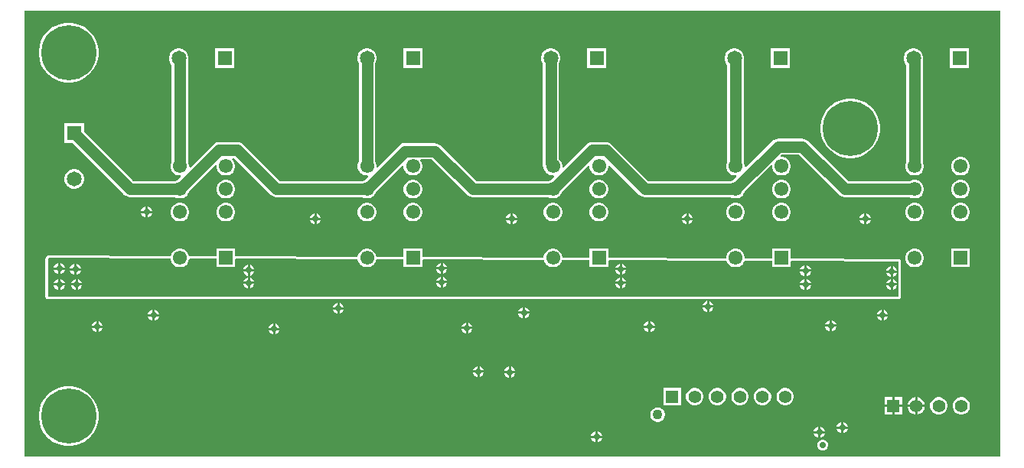
<source format=gbl>
G04*
G04 #@! TF.GenerationSoftware,Altium Limited,Altium Designer,21.4.1 (30)*
G04*
G04 Layer_Physical_Order=2*
G04 Layer_Color=16711680*
%FSLAX25Y25*%
%MOIN*%
G70*
G04*
G04 #@! TF.SameCoordinates,1266B52B-6285-4ABA-978B-C55B880163AB*
G04*
G04*
G04 #@! TF.FilePolarity,Positive*
G04*
G01*
G75*
%ADD37C,0.06102*%
%ADD38R,0.06102X0.06102*%
%ADD41C,0.05512*%
%ADD42R,0.05512X0.05512*%
%ADD43C,0.04331*%
%ADD50C,0.05000*%
%ADD51C,0.06496*%
%ADD52R,0.06496X0.06496*%
%ADD53R,0.06496X0.06496*%
%ADD54C,0.24000*%
%ADD55C,0.02800*%
G36*
X698726Y230774D02*
X273775D01*
Y425225D01*
X698726D01*
Y230774D01*
D02*
G37*
%LPC*%
G36*
X685248Y408748D02*
X676752D01*
Y400252D01*
X685248D01*
Y408748D01*
D02*
G37*
G36*
X607248D02*
X598752D01*
Y400252D01*
X607248D01*
Y408748D01*
D02*
G37*
G36*
X527248D02*
X518752D01*
Y400252D01*
X527248D01*
Y408748D01*
D02*
G37*
G36*
X447248D02*
X438752D01*
Y400252D01*
X447248D01*
Y408748D01*
D02*
G37*
G36*
X365248D02*
X356752D01*
Y400252D01*
X365248D01*
Y408748D01*
D02*
G37*
G36*
X294023Y420000D02*
X291977D01*
X289956Y419680D01*
X288010Y419048D01*
X286187Y418119D01*
X284531Y416916D01*
X283084Y415469D01*
X281881Y413813D01*
X280952Y411990D01*
X280320Y410044D01*
X280000Y408023D01*
Y405977D01*
X280320Y403956D01*
X280952Y402010D01*
X281881Y400186D01*
X283084Y398531D01*
X284531Y397084D01*
X286187Y395881D01*
X288010Y394952D01*
X289956Y394320D01*
X291977Y394000D01*
X294023D01*
X296044Y394320D01*
X297990Y394952D01*
X299814Y395881D01*
X301469Y397084D01*
X302916Y398531D01*
X304119Y400186D01*
X305048Y402010D01*
X305680Y403956D01*
X306000Y405977D01*
Y408023D01*
X305680Y410044D01*
X305048Y411990D01*
X304119Y413813D01*
X302916Y415469D01*
X301469Y416916D01*
X299814Y418119D01*
X297990Y419048D01*
X296044Y419680D01*
X294023Y420000D01*
D02*
G37*
G36*
X634523Y387000D02*
X632477D01*
X630456Y386680D01*
X628510Y386048D01*
X626686Y385119D01*
X625031Y383916D01*
X623584Y382469D01*
X622381Y380814D01*
X621452Y378990D01*
X620820Y377044D01*
X620500Y375023D01*
Y372977D01*
X620820Y370956D01*
X621452Y369010D01*
X622381Y367186D01*
X623584Y365531D01*
X625031Y364084D01*
X626686Y362881D01*
X628510Y361952D01*
X630456Y361320D01*
X632477Y361000D01*
X634523D01*
X636544Y361320D01*
X638490Y361952D01*
X640313Y362881D01*
X641969Y364084D01*
X643416Y365531D01*
X644619Y367186D01*
X645548Y369010D01*
X646180Y370956D01*
X646500Y372977D01*
Y375023D01*
X646180Y377044D01*
X645548Y378990D01*
X644619Y380814D01*
X643416Y382469D01*
X641969Y383916D01*
X640313Y385119D01*
X638490Y386048D01*
X636544Y386680D01*
X634523Y387000D01*
D02*
G37*
G36*
X682033Y361551D02*
X680967D01*
X679936Y361275D01*
X679012Y360742D01*
X678258Y359987D01*
X677725Y359064D01*
X677449Y358033D01*
Y356967D01*
X677725Y355936D01*
X678258Y355012D01*
X679012Y354258D01*
X679936Y353725D01*
X680967Y353449D01*
X682033D01*
X683064Y353725D01*
X683988Y354258D01*
X684742Y355012D01*
X685275Y355936D01*
X685551Y356967D01*
Y358033D01*
X685275Y359064D01*
X684742Y359987D01*
X683988Y360742D01*
X683064Y361275D01*
X682033Y361551D01*
D02*
G37*
G36*
X661559Y408748D02*
X660441D01*
X659360Y408459D01*
X658392Y407899D01*
X657601Y407108D01*
X657042Y406140D01*
X656752Y405059D01*
Y403941D01*
X657042Y402860D01*
X657601Y401892D01*
X657970Y401523D01*
Y359488D01*
X657725Y359064D01*
X657449Y358033D01*
Y356967D01*
X657725Y355936D01*
X658258Y355012D01*
X659013Y354258D01*
X659936Y353725D01*
X660967Y353449D01*
X662033D01*
X663064Y353725D01*
X663987Y354258D01*
X664742Y355012D01*
X665275Y355936D01*
X665551Y356967D01*
Y358033D01*
X665275Y359064D01*
X665030Y359488D01*
Y403128D01*
X665248Y403941D01*
Y405059D01*
X664958Y406140D01*
X664399Y407108D01*
X663608Y407899D01*
X662640Y408459D01*
X661559Y408748D01*
D02*
G37*
G36*
X583559D02*
X582441D01*
X581360Y408459D01*
X580392Y407899D01*
X579601Y407108D01*
X579041Y406140D01*
X578752Y405059D01*
Y403941D01*
X579041Y402860D01*
X579601Y401892D01*
X579970Y401523D01*
Y359488D01*
X579725Y359064D01*
X579449Y358033D01*
Y356967D01*
X579725Y355936D01*
X580258Y355012D01*
X581012Y354258D01*
X581936Y353725D01*
X582967Y353449D01*
X583749D01*
X583956Y352949D01*
X582409Y351402D01*
X581936Y351275D01*
X581512Y351030D01*
X545462D01*
X529496Y366996D01*
X528765Y367557D01*
X527914Y367910D01*
X527000Y368030D01*
X521000D01*
X520086Y367910D01*
X519235Y367557D01*
X518504Y366996D01*
X508551Y357044D01*
X508051Y357251D01*
Y358033D01*
X507775Y359064D01*
X507242Y359987D01*
X506530Y360699D01*
Y402118D01*
X506958Y402860D01*
X507248Y403941D01*
Y405059D01*
X506958Y406140D01*
X506399Y407108D01*
X505608Y407899D01*
X504640Y408459D01*
X503559Y408748D01*
X502441D01*
X501360Y408459D01*
X500392Y407899D01*
X499601Y407108D01*
X499042Y406140D01*
X498752Y405059D01*
Y403941D01*
X499042Y402860D01*
X499470Y402118D01*
Y358798D01*
X499590Y357885D01*
X499943Y357033D01*
X499949Y357025D01*
Y356967D01*
X500225Y355936D01*
X500758Y355012D01*
X501512Y354258D01*
X502436Y353725D01*
X503467Y353449D01*
X504249D01*
X504456Y352949D01*
X502909Y351402D01*
X502436Y351275D01*
X502012Y351030D01*
X470462D01*
X454996Y366496D01*
X454265Y367057D01*
X453414Y367410D01*
X452500Y367530D01*
X447838D01*
X447449Y367581D01*
X439551D01*
X438637Y367461D01*
X437786Y367108D01*
X437055Y366547D01*
X427551Y357044D01*
X427051Y357251D01*
Y358033D01*
X426775Y359064D01*
X426530Y359488D01*
Y402118D01*
X426959Y402860D01*
X427248Y403941D01*
Y405059D01*
X426959Y406140D01*
X426399Y407108D01*
X425608Y407899D01*
X424640Y408459D01*
X423559Y408748D01*
X422441D01*
X421360Y408459D01*
X420392Y407899D01*
X419601Y407108D01*
X419041Y406140D01*
X418752Y405059D01*
Y403941D01*
X419041Y402860D01*
X419470Y402118D01*
Y359488D01*
X419225Y359064D01*
X418949Y358033D01*
Y356967D01*
X419225Y355936D01*
X419758Y355012D01*
X420512Y354258D01*
X421436Y353725D01*
X422467Y353449D01*
X423249D01*
X423456Y352949D01*
X421909Y351402D01*
X421436Y351275D01*
X421012Y351030D01*
X384962D01*
X368996Y366996D01*
X368265Y367557D01*
X367414Y367910D01*
X366500Y368030D01*
X358500D01*
X357586Y367910D01*
X356735Y367557D01*
X356004Y366996D01*
X346051Y357044D01*
X345551Y357251D01*
Y358033D01*
X345275Y359064D01*
X345030Y359488D01*
Y403128D01*
X345248Y403941D01*
Y405059D01*
X344958Y406140D01*
X344399Y407108D01*
X343608Y407899D01*
X342640Y408459D01*
X341559Y408748D01*
X340441D01*
X339360Y408459D01*
X338392Y407899D01*
X337601Y407108D01*
X337041Y406140D01*
X336752Y405059D01*
Y403941D01*
X337041Y402860D01*
X337601Y401892D01*
X337970Y401523D01*
Y359488D01*
X337725Y359064D01*
X337449Y358033D01*
Y356967D01*
X337725Y355936D01*
X338258Y355012D01*
X339013Y354258D01*
X339936Y353725D01*
X340967Y353449D01*
X341749D01*
X341956Y352949D01*
X340409Y351402D01*
X339936Y351275D01*
X339512Y351030D01*
X321218D01*
X299670Y372579D01*
Y376082D01*
X291174D01*
Y367586D01*
X294677D01*
X317260Y345004D01*
X317260Y345004D01*
X317991Y344443D01*
X318842Y344090D01*
X319756Y343970D01*
X319756Y343970D01*
X339512D01*
X339936Y343725D01*
X340967Y343449D01*
X342033D01*
X343064Y343725D01*
X343987Y344258D01*
X344742Y345012D01*
X345275Y345936D01*
X345402Y346409D01*
X356949Y357956D01*
X357449Y357749D01*
Y356967D01*
X357725Y355936D01*
X358258Y355012D01*
X359013Y354258D01*
X359936Y353725D01*
X360967Y353449D01*
X362033D01*
X363064Y353725D01*
X363987Y354258D01*
X364742Y355012D01*
X365275Y355936D01*
X365551Y356967D01*
Y358033D01*
X365275Y359064D01*
X364742Y359987D01*
X364259Y360470D01*
X364467Y360970D01*
X365038D01*
X381004Y345004D01*
X381735Y344443D01*
X382586Y344090D01*
X383500Y343970D01*
X421012D01*
X421436Y343725D01*
X422467Y343449D01*
X423533D01*
X424564Y343725D01*
X425488Y344258D01*
X426242Y345012D01*
X426775Y345936D01*
X426902Y346409D01*
X438449Y357956D01*
X438949Y357749D01*
Y356967D01*
X439225Y355936D01*
X439758Y355012D01*
X440513Y354258D01*
X441436Y353725D01*
X442467Y353449D01*
X443533D01*
X444564Y353725D01*
X445487Y354258D01*
X446242Y355012D01*
X446775Y355936D01*
X447051Y356967D01*
Y358033D01*
X446775Y359064D01*
X446242Y359987D01*
X446170Y360059D01*
X446361Y360521D01*
X447111D01*
X447500Y360470D01*
X451038D01*
X466504Y345004D01*
X467235Y344443D01*
X468086Y344090D01*
X469000Y343970D01*
X502012D01*
X502436Y343725D01*
X503467Y343449D01*
X504533D01*
X505564Y343725D01*
X506488Y344258D01*
X507242Y345012D01*
X507775Y345936D01*
X507902Y346409D01*
X519449Y357956D01*
X519949Y357749D01*
Y356967D01*
X520225Y355936D01*
X520758Y355012D01*
X521513Y354258D01*
X522436Y353725D01*
X523467Y353449D01*
X524533D01*
X525564Y353725D01*
X526487Y354258D01*
X527242Y355012D01*
X527775Y355936D01*
X528051Y356967D01*
Y357749D01*
X528551Y357956D01*
X541504Y345004D01*
X542235Y344443D01*
X543086Y344090D01*
X544000Y343970D01*
X581512D01*
X581936Y343725D01*
X582967Y343449D01*
X584033D01*
X585064Y343725D01*
X585988Y344258D01*
X586742Y345012D01*
X587275Y345936D01*
X587402Y346409D01*
X598949Y357956D01*
X599449Y357749D01*
Y356967D01*
X599725Y355936D01*
X600258Y355012D01*
X601013Y354258D01*
X601936Y353725D01*
X602967Y353449D01*
X604033D01*
X605064Y353725D01*
X605988Y354258D01*
X606742Y355012D01*
X607275Y355936D01*
X607551Y356967D01*
Y358033D01*
X607275Y359064D01*
X606742Y359987D01*
X605988Y360742D01*
X605064Y361275D01*
X604033Y361551D01*
X603251D01*
X603044Y362051D01*
X603462Y362470D01*
X611038D01*
X628504Y345004D01*
X629235Y344443D01*
X630086Y344090D01*
X631000Y343970D01*
X659512D01*
X659936Y343725D01*
X660967Y343449D01*
X662033D01*
X663064Y343725D01*
X663987Y344258D01*
X664742Y345012D01*
X665275Y345936D01*
X665551Y346967D01*
Y348033D01*
X665275Y349064D01*
X664742Y349988D01*
X663987Y350742D01*
X663064Y351275D01*
X662033Y351551D01*
X660967D01*
X659936Y351275D01*
X659512Y351030D01*
X632462D01*
X614996Y368496D01*
X614265Y369057D01*
X613414Y369410D01*
X612500Y369530D01*
X602000D01*
X601086Y369410D01*
X600235Y369057D01*
X599504Y368496D01*
X588051Y357044D01*
X587551Y357251D01*
Y358033D01*
X587275Y359064D01*
X587030Y359488D01*
Y403128D01*
X587248Y403941D01*
Y405059D01*
X586959Y406140D01*
X586399Y407108D01*
X585608Y407899D01*
X584640Y408459D01*
X583559Y408748D01*
D02*
G37*
G36*
X295981Y356083D02*
X294862D01*
X293782Y355793D01*
X292813Y355234D01*
X292022Y354443D01*
X291463Y353474D01*
X291174Y352394D01*
Y351275D01*
X291463Y350195D01*
X292022Y349226D01*
X292813Y348435D01*
X293782Y347876D01*
X294862Y347586D01*
X295981D01*
X297061Y347876D01*
X298030Y348435D01*
X298821Y349226D01*
X299380Y350195D01*
X299670Y351275D01*
Y352394D01*
X299380Y353474D01*
X298821Y354443D01*
X298030Y355234D01*
X297061Y355793D01*
X295981Y356083D01*
D02*
G37*
G36*
X682033Y351551D02*
X680967D01*
X679936Y351275D01*
X679012Y350742D01*
X678258Y349988D01*
X677725Y349064D01*
X677449Y348033D01*
Y346967D01*
X677725Y345936D01*
X678258Y345012D01*
X679012Y344258D01*
X679936Y343725D01*
X680967Y343449D01*
X682033D01*
X683064Y343725D01*
X683988Y344258D01*
X684742Y345012D01*
X685275Y345936D01*
X685551Y346967D01*
Y348033D01*
X685275Y349064D01*
X684742Y349988D01*
X683988Y350742D01*
X683064Y351275D01*
X682033Y351551D01*
D02*
G37*
G36*
X604033D02*
X602967D01*
X601936Y351275D01*
X601013Y350742D01*
X600258Y349988D01*
X599725Y349064D01*
X599449Y348033D01*
Y346967D01*
X599725Y345936D01*
X600258Y345012D01*
X601013Y344258D01*
X601936Y343725D01*
X602967Y343449D01*
X604033D01*
X605064Y343725D01*
X605988Y344258D01*
X606742Y345012D01*
X607275Y345936D01*
X607551Y346967D01*
Y348033D01*
X607275Y349064D01*
X606742Y349988D01*
X605988Y350742D01*
X605064Y351275D01*
X604033Y351551D01*
D02*
G37*
G36*
X524533D02*
X523467D01*
X522436Y351275D01*
X521513Y350742D01*
X520758Y349988D01*
X520225Y349064D01*
X519949Y348033D01*
Y346967D01*
X520225Y345936D01*
X520758Y345012D01*
X521513Y344258D01*
X522436Y343725D01*
X523467Y343449D01*
X524533D01*
X525564Y343725D01*
X526487Y344258D01*
X527242Y345012D01*
X527775Y345936D01*
X528051Y346967D01*
Y348033D01*
X527775Y349064D01*
X527242Y349988D01*
X526487Y350742D01*
X525564Y351275D01*
X524533Y351551D01*
D02*
G37*
G36*
X443533D02*
X442467D01*
X441436Y351275D01*
X440513Y350742D01*
X439758Y349988D01*
X439225Y349064D01*
X438949Y348033D01*
Y346967D01*
X439225Y345936D01*
X439758Y345012D01*
X440513Y344258D01*
X441436Y343725D01*
X442467Y343449D01*
X443533D01*
X444564Y343725D01*
X445487Y344258D01*
X446242Y345012D01*
X446775Y345936D01*
X447051Y346967D01*
Y348033D01*
X446775Y349064D01*
X446242Y349988D01*
X445487Y350742D01*
X444564Y351275D01*
X443533Y351551D01*
D02*
G37*
G36*
X362033D02*
X360967D01*
X359936Y351275D01*
X359013Y350742D01*
X358258Y349988D01*
X357725Y349064D01*
X357449Y348033D01*
Y346967D01*
X357725Y345936D01*
X358258Y345012D01*
X359013Y344258D01*
X359936Y343725D01*
X360967Y343449D01*
X362033D01*
X363064Y343725D01*
X363987Y344258D01*
X364742Y345012D01*
X365275Y345936D01*
X365551Y346967D01*
Y348033D01*
X365275Y349064D01*
X364742Y349988D01*
X363987Y350742D01*
X363064Y351275D01*
X362033Y351551D01*
D02*
G37*
G36*
X327500Y339891D02*
Y338000D01*
X329391D01*
X329035Y338860D01*
X328360Y339535D01*
X327500Y339891D01*
D02*
G37*
G36*
X326500D02*
X325641Y339535D01*
X324965Y338860D01*
X324609Y338000D01*
X326500D01*
Y339891D01*
D02*
G37*
G36*
X329391Y337000D02*
X327500D01*
Y335109D01*
X328360Y335465D01*
X329035Y336140D01*
X329391Y337000D01*
D02*
G37*
G36*
X326500D02*
X324609D01*
X324965Y336140D01*
X325641Y335465D01*
X326500Y335109D01*
Y337000D01*
D02*
G37*
G36*
X640500Y336891D02*
Y335000D01*
X642391D01*
X642035Y335859D01*
X641360Y336535D01*
X640500Y336891D01*
D02*
G37*
G36*
X639500D02*
X638640Y336535D01*
X637965Y335859D01*
X637609Y335000D01*
X639500D01*
Y336891D01*
D02*
G37*
G36*
X563000D02*
Y335000D01*
X564891D01*
X564535Y335859D01*
X563860Y336535D01*
X563000Y336891D01*
D02*
G37*
G36*
X562000D02*
X561140Y336535D01*
X560465Y335859D01*
X560109Y335000D01*
X562000D01*
Y336891D01*
D02*
G37*
G36*
X486500D02*
Y335000D01*
X488391D01*
X488035Y335859D01*
X487360Y336535D01*
X486500Y336891D01*
D02*
G37*
G36*
X485500D02*
X484641Y336535D01*
X483965Y335859D01*
X483609Y335000D01*
X485500D01*
Y336891D01*
D02*
G37*
G36*
X401000D02*
Y335000D01*
X402891D01*
X402535Y335859D01*
X401860Y336535D01*
X401000Y336891D01*
D02*
G37*
G36*
X400000D02*
X399141Y336535D01*
X398465Y335859D01*
X398109Y335000D01*
X400000D01*
Y336891D01*
D02*
G37*
G36*
X682033Y341551D02*
X680967D01*
X679936Y341275D01*
X679012Y340742D01*
X678258Y339987D01*
X677725Y339064D01*
X677449Y338033D01*
Y336967D01*
X677725Y335936D01*
X678258Y335013D01*
X679012Y334258D01*
X679936Y333725D01*
X680967Y333449D01*
X682033D01*
X683064Y333725D01*
X683988Y334258D01*
X684742Y335013D01*
X685275Y335936D01*
X685551Y336967D01*
Y338033D01*
X685275Y339064D01*
X684742Y339987D01*
X683988Y340742D01*
X683064Y341275D01*
X682033Y341551D01*
D02*
G37*
G36*
X662033D02*
X660967D01*
X659936Y341275D01*
X659013Y340742D01*
X658258Y339987D01*
X657725Y339064D01*
X657449Y338033D01*
Y336967D01*
X657725Y335936D01*
X658258Y335013D01*
X659013Y334258D01*
X659936Y333725D01*
X660967Y333449D01*
X662033D01*
X663064Y333725D01*
X663987Y334258D01*
X664742Y335013D01*
X665275Y335936D01*
X665551Y336967D01*
Y338033D01*
X665275Y339064D01*
X664742Y339987D01*
X663987Y340742D01*
X663064Y341275D01*
X662033Y341551D01*
D02*
G37*
G36*
X604033D02*
X602967D01*
X601936Y341275D01*
X601013Y340742D01*
X600258Y339987D01*
X599725Y339064D01*
X599449Y338033D01*
Y336967D01*
X599725Y335936D01*
X600258Y335013D01*
X601013Y334258D01*
X601936Y333725D01*
X602967Y333449D01*
X604033D01*
X605064Y333725D01*
X605988Y334258D01*
X606742Y335013D01*
X607275Y335936D01*
X607551Y336967D01*
Y338033D01*
X607275Y339064D01*
X606742Y339987D01*
X605988Y340742D01*
X605064Y341275D01*
X604033Y341551D01*
D02*
G37*
G36*
X584033D02*
X582967D01*
X581936Y341275D01*
X581012Y340742D01*
X580258Y339987D01*
X579725Y339064D01*
X579449Y338033D01*
Y336967D01*
X579725Y335936D01*
X580258Y335013D01*
X581012Y334258D01*
X581936Y333725D01*
X582967Y333449D01*
X584033D01*
X585064Y333725D01*
X585988Y334258D01*
X586742Y335013D01*
X587275Y335936D01*
X587551Y336967D01*
Y338033D01*
X587275Y339064D01*
X586742Y339987D01*
X585988Y340742D01*
X585064Y341275D01*
X584033Y341551D01*
D02*
G37*
G36*
X524533D02*
X523467D01*
X522436Y341275D01*
X521513Y340742D01*
X520758Y339987D01*
X520225Y339064D01*
X519949Y338033D01*
Y336967D01*
X520225Y335936D01*
X520758Y335013D01*
X521513Y334258D01*
X522436Y333725D01*
X523467Y333449D01*
X524533D01*
X525564Y333725D01*
X526487Y334258D01*
X527242Y335013D01*
X527775Y335936D01*
X528051Y336967D01*
Y338033D01*
X527775Y339064D01*
X527242Y339987D01*
X526487Y340742D01*
X525564Y341275D01*
X524533Y341551D01*
D02*
G37*
G36*
X504533D02*
X503467D01*
X502436Y341275D01*
X501512Y340742D01*
X500758Y339987D01*
X500225Y339064D01*
X499949Y338033D01*
Y336967D01*
X500225Y335936D01*
X500758Y335013D01*
X501512Y334258D01*
X502436Y333725D01*
X503467Y333449D01*
X504533D01*
X505564Y333725D01*
X506488Y334258D01*
X507242Y335013D01*
X507775Y335936D01*
X508051Y336967D01*
Y338033D01*
X507775Y339064D01*
X507242Y339987D01*
X506488Y340742D01*
X505564Y341275D01*
X504533Y341551D01*
D02*
G37*
G36*
X443533D02*
X442467D01*
X441436Y341275D01*
X440513Y340742D01*
X439758Y339987D01*
X439225Y339064D01*
X438949Y338033D01*
Y336967D01*
X439225Y335936D01*
X439758Y335013D01*
X440513Y334258D01*
X441436Y333725D01*
X442467Y333449D01*
X443533D01*
X444564Y333725D01*
X445487Y334258D01*
X446242Y335013D01*
X446775Y335936D01*
X447051Y336967D01*
Y338033D01*
X446775Y339064D01*
X446242Y339987D01*
X445487Y340742D01*
X444564Y341275D01*
X443533Y341551D01*
D02*
G37*
G36*
X423533D02*
X422467D01*
X421436Y341275D01*
X420512Y340742D01*
X419758Y339987D01*
X419225Y339064D01*
X418949Y338033D01*
Y336967D01*
X419225Y335936D01*
X419758Y335013D01*
X420512Y334258D01*
X421436Y333725D01*
X422467Y333449D01*
X423533D01*
X424564Y333725D01*
X425488Y334258D01*
X426242Y335013D01*
X426775Y335936D01*
X427051Y336967D01*
Y338033D01*
X426775Y339064D01*
X426242Y339987D01*
X425488Y340742D01*
X424564Y341275D01*
X423533Y341551D01*
D02*
G37*
G36*
X362033D02*
X360967D01*
X359936Y341275D01*
X359013Y340742D01*
X358258Y339987D01*
X357725Y339064D01*
X357449Y338033D01*
Y336967D01*
X357725Y335936D01*
X358258Y335013D01*
X359013Y334258D01*
X359936Y333725D01*
X360967Y333449D01*
X362033D01*
X363064Y333725D01*
X363987Y334258D01*
X364742Y335013D01*
X365275Y335936D01*
X365551Y336967D01*
Y338033D01*
X365275Y339064D01*
X364742Y339987D01*
X363987Y340742D01*
X363064Y341275D01*
X362033Y341551D01*
D02*
G37*
G36*
X342033D02*
X340967D01*
X339936Y341275D01*
X339013Y340742D01*
X338258Y339987D01*
X337725Y339064D01*
X337449Y338033D01*
Y336967D01*
X337725Y335936D01*
X338258Y335013D01*
X339013Y334258D01*
X339936Y333725D01*
X340967Y333449D01*
X342033D01*
X343064Y333725D01*
X343987Y334258D01*
X344742Y335013D01*
X345275Y335936D01*
X345551Y336967D01*
Y338033D01*
X345275Y339064D01*
X344742Y339987D01*
X343987Y340742D01*
X343064Y341275D01*
X342033Y341551D01*
D02*
G37*
G36*
X642391Y334000D02*
X640500D01*
Y332109D01*
X641360Y332465D01*
X642035Y333140D01*
X642391Y334000D01*
D02*
G37*
G36*
X639500D02*
X637609D01*
X637965Y333140D01*
X638640Y332465D01*
X639500Y332109D01*
Y334000D01*
D02*
G37*
G36*
X564891D02*
X563000D01*
Y332109D01*
X563860Y332465D01*
X564535Y333140D01*
X564891Y334000D01*
D02*
G37*
G36*
X562000D02*
X560109D01*
X560465Y333140D01*
X561140Y332465D01*
X562000Y332109D01*
Y334000D01*
D02*
G37*
G36*
X488391D02*
X486500D01*
Y332109D01*
X487360Y332465D01*
X488035Y333140D01*
X488391Y334000D01*
D02*
G37*
G36*
X485500D02*
X483609D01*
X483965Y333140D01*
X484641Y332465D01*
X485500Y332109D01*
Y334000D01*
D02*
G37*
G36*
X402891D02*
X401000D01*
Y332109D01*
X401860Y332465D01*
X402535Y333140D01*
X402891Y334000D01*
D02*
G37*
G36*
X400000D02*
X398109D01*
X398465Y333140D01*
X399141Y332465D01*
X400000Y332109D01*
Y334000D01*
D02*
G37*
G36*
X607551Y321551D02*
X599449D01*
Y317568D01*
X599094Y317216D01*
X587551Y317265D01*
Y318033D01*
X587275Y319064D01*
X586742Y319988D01*
X585988Y320742D01*
X585064Y321275D01*
X584033Y321551D01*
X582967D01*
X581936Y321275D01*
X581012Y320742D01*
X580258Y319988D01*
X579725Y319064D01*
X579449Y318033D01*
Y317654D01*
X579095Y317301D01*
X528410Y317517D01*
X528400Y317526D01*
X528051Y317925D01*
Y321551D01*
X519949D01*
Y317908D01*
X519594Y317555D01*
X508051Y317604D01*
Y318033D01*
X507775Y319064D01*
X507242Y319988D01*
X506488Y320742D01*
X505564Y321275D01*
X504533Y321551D01*
X503467D01*
X502436Y321275D01*
X501512Y320742D01*
X500758Y319988D01*
X500225Y319064D01*
X499949Y318033D01*
Y317993D01*
X499594Y317640D01*
X447410Y317863D01*
X447400Y317871D01*
X447051Y318271D01*
Y321551D01*
X438949D01*
Y318253D01*
X438594Y317900D01*
X427051Y317950D01*
Y318033D01*
X426775Y319064D01*
X426242Y319988D01*
X425488Y320742D01*
X424564Y321275D01*
X423533Y321551D01*
X422467D01*
X421436Y321275D01*
X420512Y320742D01*
X419758Y319988D01*
X419225Y319064D01*
X418949Y318033D01*
X418900Y317985D01*
X365910Y318211D01*
X365900Y318219D01*
X365551Y318619D01*
Y321551D01*
X357449D01*
Y318601D01*
X357095Y318248D01*
X345867Y318296D01*
X345866Y318296D01*
X345865Y318296D01*
X345670Y318258D01*
X345500Y318225D01*
X345275Y319064D01*
X344742Y319988D01*
X343987Y320742D01*
X343064Y321275D01*
X342033Y321551D01*
X340967D01*
X339936Y321275D01*
X339013Y320742D01*
X338258Y319988D01*
X337725Y319064D01*
X337525Y318318D01*
X337453Y318332D01*
X284359Y318559D01*
X284358Y318558D01*
X284356Y318559D01*
X284164Y318521D01*
X283968Y318483D01*
X283967Y318482D01*
X283966Y318482D01*
X283803Y318373D01*
X283636Y318263D01*
X283636Y318262D01*
X283635Y318262D01*
X283281Y317909D01*
X283280Y317908D01*
X283279Y317907D01*
X283170Y317743D01*
X283059Y317578D01*
X283059Y317577D01*
X283058Y317576D01*
X283019Y317383D01*
X282980Y317188D01*
X282981Y317187D01*
X282980Y317186D01*
Y300500D01*
X283058Y300110D01*
X283279Y299779D01*
X283610Y299558D01*
X284000Y299480D01*
X654500D01*
X654890Y299558D01*
X655221Y299779D01*
X655442Y300110D01*
X655520Y300500D01*
Y315960D01*
X655481Y316153D01*
X655444Y316346D01*
X655442Y316348D01*
X655442Y316350D01*
X655333Y316514D01*
X655224Y316677D01*
X655222Y316679D01*
X655221Y316681D01*
X655057Y316790D01*
X654894Y316900D01*
X654892Y316900D01*
X654890Y316902D01*
X654697Y316940D01*
X654504Y316979D01*
X607910Y317178D01*
X607900Y317186D01*
X607551Y317586D01*
Y321551D01*
D02*
G37*
G36*
X685551D02*
X677449D01*
Y313449D01*
X685551D01*
Y321551D01*
D02*
G37*
G36*
X662033D02*
X660967D01*
X659936Y321275D01*
X659013Y320742D01*
X658258Y319988D01*
X657725Y319064D01*
X657449Y318033D01*
Y316967D01*
X657725Y315936D01*
X658258Y315013D01*
X659013Y314258D01*
X659936Y313725D01*
X660967Y313449D01*
X662033D01*
X663064Y313725D01*
X663987Y314258D01*
X664742Y315013D01*
X665275Y315936D01*
X665551Y316967D01*
Y318033D01*
X665275Y319064D01*
X664742Y319988D01*
X663987Y320742D01*
X663064Y321275D01*
X662033Y321551D01*
D02*
G37*
G36*
X572071Y298755D02*
Y296864D01*
X573962D01*
X573606Y297724D01*
X572931Y298399D01*
X572071Y298755D01*
D02*
G37*
G36*
X571071D02*
X570212Y298399D01*
X569537Y297724D01*
X569181Y296864D01*
X571071D01*
Y298755D01*
D02*
G37*
G36*
X411000Y297891D02*
Y296000D01*
X412891D01*
X412535Y296860D01*
X411860Y297535D01*
X411000Y297891D01*
D02*
G37*
G36*
X410000D02*
X409140Y297535D01*
X408465Y296860D01*
X408109Y296000D01*
X410000D01*
Y297891D01*
D02*
G37*
G36*
X491829Y296071D02*
Y294180D01*
X493719D01*
X493364Y295039D01*
X492688Y295714D01*
X491829Y296071D01*
D02*
G37*
G36*
X490829D02*
X489969Y295714D01*
X489294Y295039D01*
X488938Y294180D01*
X490829D01*
Y296071D01*
D02*
G37*
G36*
X573962Y295864D02*
X572071D01*
Y293973D01*
X572931Y294329D01*
X573606Y295005D01*
X573962Y295864D01*
D02*
G37*
G36*
X571071D02*
X569181D01*
X569537Y295005D01*
X570212Y294329D01*
X571071Y293973D01*
Y295864D01*
D02*
G37*
G36*
X412891Y295000D02*
X411000D01*
Y293109D01*
X411860Y293465D01*
X412535Y294141D01*
X412891Y295000D01*
D02*
G37*
G36*
X410000D02*
X408109D01*
X408465Y294141D01*
X409140Y293465D01*
X410000Y293109D01*
Y295000D01*
D02*
G37*
G36*
X648000Y294891D02*
Y293000D01*
X649891D01*
X649535Y293860D01*
X648860Y294535D01*
X648000Y294891D01*
D02*
G37*
G36*
X647000D02*
X646140Y294535D01*
X645465Y293860D01*
X645109Y293000D01*
X647000D01*
Y294891D01*
D02*
G37*
G36*
X330500D02*
Y293000D01*
X332391D01*
X332035Y293860D01*
X331360Y294535D01*
X330500Y294891D01*
D02*
G37*
G36*
X329500D02*
X328641Y294535D01*
X327965Y293860D01*
X327609Y293000D01*
X329500D01*
Y294891D01*
D02*
G37*
G36*
X493719Y293180D02*
X491829D01*
Y291289D01*
X492688Y291645D01*
X493364Y292320D01*
X493719Y293180D01*
D02*
G37*
G36*
X490829D02*
X488938D01*
X489294Y292320D01*
X489969Y291645D01*
X490829Y291289D01*
Y293180D01*
D02*
G37*
G36*
X649891Y292000D02*
X648000D01*
Y290109D01*
X648860Y290465D01*
X649535Y291141D01*
X649891Y292000D01*
D02*
G37*
G36*
X647000D02*
X645109D01*
X645465Y291141D01*
X646140Y290465D01*
X647000Y290109D01*
Y292000D01*
D02*
G37*
G36*
X332391D02*
X330500D01*
Y290109D01*
X331360Y290465D01*
X332035Y291141D01*
X332391Y292000D01*
D02*
G37*
G36*
X329500D02*
X327609D01*
X327965Y291141D01*
X328641Y290465D01*
X329500Y290109D01*
Y292000D01*
D02*
G37*
G36*
X625500Y290391D02*
Y288500D01*
X627391D01*
X627035Y289359D01*
X626360Y290035D01*
X625500Y290391D01*
D02*
G37*
G36*
X624500D02*
X623640Y290035D01*
X622965Y289359D01*
X622609Y288500D01*
X624500D01*
Y290391D01*
D02*
G37*
G36*
X546500Y289891D02*
Y288000D01*
X548391D01*
X548035Y288860D01*
X547360Y289535D01*
X546500Y289891D01*
D02*
G37*
G36*
X545500D02*
X544640Y289535D01*
X543965Y288860D01*
X543609Y288000D01*
X545500D01*
Y289891D01*
D02*
G37*
G36*
X306000D02*
Y288000D01*
X307891D01*
X307535Y288860D01*
X306859Y289535D01*
X306000Y289891D01*
D02*
G37*
G36*
X305000D02*
X304140Y289535D01*
X303465Y288860D01*
X303109Y288000D01*
X305000D01*
Y289891D01*
D02*
G37*
G36*
X467000Y289391D02*
Y287500D01*
X468891D01*
X468535Y288359D01*
X467860Y289035D01*
X467000Y289391D01*
D02*
G37*
G36*
X466000D02*
X465140Y289035D01*
X464465Y288359D01*
X464109Y287500D01*
X466000D01*
Y289391D01*
D02*
G37*
G36*
X383000Y288891D02*
Y287000D01*
X384891D01*
X384535Y287860D01*
X383859Y288535D01*
X383000Y288891D01*
D02*
G37*
G36*
X382000D02*
X381140Y288535D01*
X380465Y287860D01*
X380109Y287000D01*
X382000D01*
Y288891D01*
D02*
G37*
G36*
X627391Y287500D02*
X625500D01*
Y285609D01*
X626360Y285965D01*
X627035Y286641D01*
X627391Y287500D01*
D02*
G37*
G36*
X624500D02*
X622609D01*
X622965Y286641D01*
X623640Y285965D01*
X624500Y285609D01*
Y287500D01*
D02*
G37*
G36*
X548391Y287000D02*
X546500D01*
Y285109D01*
X547360Y285465D01*
X548035Y286140D01*
X548391Y287000D01*
D02*
G37*
G36*
X545500D02*
X543609D01*
X543965Y286140D01*
X544640Y285465D01*
X545500Y285109D01*
Y287000D01*
D02*
G37*
G36*
X307891D02*
X306000D01*
Y285109D01*
X306859Y285465D01*
X307535Y286140D01*
X307891Y287000D01*
D02*
G37*
G36*
X305000D02*
X303109D01*
X303465Y286140D01*
X304140Y285465D01*
X305000Y285109D01*
Y287000D01*
D02*
G37*
G36*
X468891Y286500D02*
X467000D01*
Y284609D01*
X467860Y284965D01*
X468535Y285641D01*
X468891Y286500D01*
D02*
G37*
G36*
X466000D02*
X464109D01*
X464465Y285641D01*
X465140Y284965D01*
X466000Y284609D01*
Y286500D01*
D02*
G37*
G36*
X384891Y286000D02*
X383000D01*
Y284109D01*
X383859Y284465D01*
X384535Y285140D01*
X384891Y286000D01*
D02*
G37*
G36*
X382000D02*
X380109D01*
X380465Y285140D01*
X381140Y284465D01*
X382000Y284109D01*
Y286000D01*
D02*
G37*
G36*
X472000Y270391D02*
Y268500D01*
X473891D01*
X473535Y269359D01*
X472859Y270035D01*
X472000Y270391D01*
D02*
G37*
G36*
X471000D02*
X470141Y270035D01*
X469465Y269359D01*
X469109Y268500D01*
X471000D01*
Y270391D01*
D02*
G37*
G36*
X485733Y270131D02*
Y268241D01*
X487623D01*
X487267Y269100D01*
X486592Y269775D01*
X485733Y270131D01*
D02*
G37*
G36*
X484733D02*
X483873Y269775D01*
X483198Y269100D01*
X482842Y268241D01*
X484733D01*
Y270131D01*
D02*
G37*
G36*
X473891Y267500D02*
X472000D01*
Y265609D01*
X472859Y265965D01*
X473535Y266640D01*
X473891Y267500D01*
D02*
G37*
G36*
X471000D02*
X469109D01*
X469465Y266640D01*
X470141Y265965D01*
X471000Y265609D01*
Y267500D01*
D02*
G37*
G36*
X487623Y267241D02*
X485733D01*
Y265350D01*
X486592Y265706D01*
X487267Y266381D01*
X487623Y267241D01*
D02*
G37*
G36*
X484733D02*
X482842D01*
X483198Y266381D01*
X483873Y265706D01*
X484733Y265350D01*
Y267241D01*
D02*
G37*
G36*
X662657Y256754D02*
Y253500D01*
X665912D01*
X665657Y254450D01*
X665163Y255306D01*
X664464Y256006D01*
X663607Y256500D01*
X662657Y256754D01*
D02*
G37*
G36*
X656071Y256756D02*
X652815D01*
Y253500D01*
X656071D01*
Y256756D01*
D02*
G37*
G36*
X661657Y256754D02*
X660708Y256500D01*
X659851Y256006D01*
X659152Y255306D01*
X658658Y254450D01*
X658403Y253500D01*
X661657D01*
Y256754D01*
D02*
G37*
G36*
X651815Y256756D02*
X648559D01*
Y253500D01*
X651815D01*
Y256756D01*
D02*
G37*
G36*
X605601Y260823D02*
X604612D01*
X603657Y260567D01*
X602800Y260072D01*
X602101Y259373D01*
X601606Y258517D01*
X601350Y257561D01*
Y256573D01*
X601606Y255617D01*
X602101Y254761D01*
X602800Y254062D01*
X603657Y253567D01*
X604612Y253311D01*
X605601D01*
X606556Y253567D01*
X607412Y254062D01*
X608112Y254761D01*
X608606Y255617D01*
X608862Y256573D01*
Y257561D01*
X608606Y258517D01*
X608112Y259373D01*
X607412Y260072D01*
X606556Y260567D01*
X605601Y260823D01*
D02*
G37*
G36*
X595758D02*
X594769D01*
X593814Y260567D01*
X592958Y260072D01*
X592258Y259373D01*
X591764Y258517D01*
X591508Y257561D01*
Y256573D01*
X591764Y255617D01*
X592258Y254761D01*
X592958Y254062D01*
X593814Y253567D01*
X594769Y253311D01*
X595758D01*
X596713Y253567D01*
X597570Y254062D01*
X598269Y254761D01*
X598764Y255617D01*
X599020Y256573D01*
Y257561D01*
X598764Y258517D01*
X598269Y259373D01*
X597570Y260072D01*
X596713Y260567D01*
X595758Y260823D01*
D02*
G37*
G36*
X585916D02*
X584927D01*
X583972Y260567D01*
X583115Y260072D01*
X582416Y259373D01*
X581921Y258517D01*
X581665Y257561D01*
Y256573D01*
X581921Y255617D01*
X582416Y254761D01*
X583115Y254062D01*
X583972Y253567D01*
X584927Y253311D01*
X585916D01*
X586871Y253567D01*
X587727Y254062D01*
X588427Y254761D01*
X588921Y255617D01*
X589177Y256573D01*
Y257561D01*
X588921Y258517D01*
X588427Y259373D01*
X587727Y260072D01*
X586871Y260567D01*
X585916Y260823D01*
D02*
G37*
G36*
X576073D02*
X575084D01*
X574129Y260567D01*
X573273Y260072D01*
X572573Y259373D01*
X572079Y258517D01*
X571823Y257561D01*
Y256573D01*
X572079Y255617D01*
X572573Y254761D01*
X573273Y254062D01*
X574129Y253567D01*
X575084Y253311D01*
X576073D01*
X577029Y253567D01*
X577885Y254062D01*
X578584Y254761D01*
X579079Y255617D01*
X579335Y256573D01*
Y257561D01*
X579079Y258517D01*
X578584Y259373D01*
X577885Y260072D01*
X577029Y260567D01*
X576073Y260823D01*
D02*
G37*
G36*
X566231D02*
X565242D01*
X564287Y260567D01*
X563430Y260072D01*
X562731Y259373D01*
X562236Y258517D01*
X561980Y257561D01*
Y256573D01*
X562236Y255617D01*
X562731Y254761D01*
X563430Y254062D01*
X564287Y253567D01*
X565242Y253311D01*
X566231D01*
X567186Y253567D01*
X568042Y254062D01*
X568742Y254761D01*
X569236Y255617D01*
X569492Y256573D01*
Y257561D01*
X569236Y258517D01*
X568742Y259373D01*
X568042Y260072D01*
X567186Y260567D01*
X566231Y260823D01*
D02*
G37*
G36*
X559650D02*
X552138D01*
Y253311D01*
X559650D01*
Y260823D01*
D02*
G37*
G36*
X665912Y252500D02*
X662657D01*
Y249246D01*
X663607Y249500D01*
X664464Y249994D01*
X665163Y250694D01*
X665657Y251550D01*
X665912Y252500D01*
D02*
G37*
G36*
X661657D02*
X658403D01*
X658658Y251550D01*
X659152Y250694D01*
X659851Y249994D01*
X660708Y249500D01*
X661657Y249246D01*
Y252500D01*
D02*
G37*
G36*
X682337Y256756D02*
X681348D01*
X680393Y256500D01*
X679536Y256006D01*
X678837Y255306D01*
X678343Y254450D01*
X678087Y253495D01*
Y252505D01*
X678343Y251550D01*
X678837Y250694D01*
X679536Y249994D01*
X680393Y249500D01*
X681348Y249244D01*
X682337D01*
X683292Y249500D01*
X684149Y249994D01*
X684848Y250694D01*
X685343Y251550D01*
X685598Y252505D01*
Y253495D01*
X685343Y254450D01*
X684848Y255306D01*
X684149Y256006D01*
X683292Y256500D01*
X682337Y256756D01*
D02*
G37*
G36*
X672495D02*
X671505D01*
X670550Y256500D01*
X669694Y256006D01*
X668995Y255306D01*
X668500Y254450D01*
X668244Y253495D01*
Y252505D01*
X668500Y251550D01*
X668995Y250694D01*
X669694Y249994D01*
X670550Y249500D01*
X671505Y249244D01*
X672495D01*
X673450Y249500D01*
X674306Y249994D01*
X675005Y250694D01*
X675500Y251550D01*
X675756Y252505D01*
Y253495D01*
X675500Y254450D01*
X675005Y255306D01*
X674306Y256006D01*
X673450Y256500D01*
X672495Y256756D01*
D02*
G37*
G36*
X656071Y252500D02*
X652815D01*
Y249244D01*
X656071D01*
Y252500D01*
D02*
G37*
G36*
X651815D02*
X648559D01*
Y249244D01*
X651815D01*
Y252500D01*
D02*
G37*
G36*
X550011Y252358D02*
X549178D01*
X548373Y252143D01*
X547651Y251726D01*
X547062Y251136D01*
X546645Y250415D01*
X546429Y249610D01*
Y248776D01*
X546645Y247971D01*
X547062Y247249D01*
X547651Y246660D01*
X548373Y246243D01*
X549178Y246028D01*
X550011D01*
X550816Y246243D01*
X551538Y246660D01*
X552127Y247249D01*
X552544Y247971D01*
X552760Y248776D01*
Y249610D01*
X552544Y250415D01*
X552127Y251136D01*
X551538Y251726D01*
X550816Y252143D01*
X550011Y252358D01*
D02*
G37*
G36*
X630500Y245891D02*
Y244000D01*
X632391D01*
X632035Y244860D01*
X631359Y245535D01*
X630500Y245891D01*
D02*
G37*
G36*
X629500D02*
X628641Y245535D01*
X627965Y244860D01*
X627609Y244000D01*
X629500D01*
Y245891D01*
D02*
G37*
G36*
X620500Y243891D02*
Y242000D01*
X622391D01*
X622035Y242860D01*
X621359Y243535D01*
X620500Y243891D01*
D02*
G37*
G36*
X619500D02*
X618641Y243535D01*
X617965Y242860D01*
X617609Y242000D01*
X619500D01*
Y243891D01*
D02*
G37*
G36*
X632391Y243000D02*
X630500D01*
Y241109D01*
X631359Y241465D01*
X632035Y242141D01*
X632391Y243000D01*
D02*
G37*
G36*
X629500D02*
X627609D01*
X627965Y242141D01*
X628641Y241465D01*
X629500Y241109D01*
Y243000D01*
D02*
G37*
G36*
X523500Y241891D02*
Y240000D01*
X525391D01*
X525035Y240860D01*
X524360Y241535D01*
X523500Y241891D01*
D02*
G37*
G36*
X522500D02*
X521640Y241535D01*
X520965Y240860D01*
X520609Y240000D01*
X522500D01*
Y241891D01*
D02*
G37*
G36*
X622391Y241000D02*
X620500D01*
Y239109D01*
X621359Y239465D01*
X622035Y240141D01*
X622391Y241000D01*
D02*
G37*
G36*
X619500D02*
X617609D01*
X617965Y240141D01*
X618641Y239465D01*
X619500Y239109D01*
Y241000D01*
D02*
G37*
G36*
X525391Y239000D02*
X523500D01*
Y237109D01*
X524360Y237465D01*
X525035Y238141D01*
X525391Y239000D01*
D02*
G37*
G36*
X522500D02*
X520609D01*
X520965Y238141D01*
X521640Y237465D01*
X522500Y237109D01*
Y239000D01*
D02*
G37*
G36*
X294023Y261500D02*
X291977D01*
X289956Y261180D01*
X288010Y260548D01*
X286187Y259619D01*
X284531Y258416D01*
X283084Y256969D01*
X281881Y255313D01*
X280952Y253490D01*
X280320Y251544D01*
X280000Y249523D01*
Y247477D01*
X280320Y245456D01*
X280952Y243510D01*
X281881Y241687D01*
X283084Y240031D01*
X284531Y238584D01*
X286187Y237381D01*
X288010Y236452D01*
X289956Y235820D01*
X291977Y235500D01*
X294023D01*
X296044Y235820D01*
X297990Y236452D01*
X299814Y237381D01*
X301469Y238584D01*
X302916Y240031D01*
X304119Y241687D01*
X305048Y243510D01*
X305680Y245456D01*
X306000Y247477D01*
Y249523D01*
X305680Y251544D01*
X305048Y253490D01*
X304119Y255313D01*
X302916Y256969D01*
X301469Y258416D01*
X299814Y259619D01*
X297990Y260548D01*
X296044Y261180D01*
X294023Y261500D01*
D02*
G37*
G36*
X621977Y238400D02*
X621023D01*
X620141Y238035D01*
X619465Y237359D01*
X619100Y236477D01*
Y235523D01*
X619465Y234641D01*
X620141Y233965D01*
X621023Y233600D01*
X621977D01*
X622859Y233965D01*
X623535Y234641D01*
X623900Y235523D01*
Y236477D01*
X623535Y237359D01*
X622859Y238035D01*
X621977Y238400D01*
D02*
G37*
%LPD*%
G36*
X337449Y317313D02*
Y316967D01*
X337725Y315936D01*
X338258Y315013D01*
X339013Y314258D01*
X339936Y313725D01*
X340967Y313449D01*
X342033D01*
X343064Y313725D01*
X343987Y314258D01*
X344742Y315013D01*
X345275Y315936D01*
X345551Y316967D01*
X345862Y317277D01*
X357449Y317227D01*
Y313449D01*
X365551D01*
Y316838D01*
X365905Y317191D01*
X418949Y316965D01*
X419225Y315936D01*
X419758Y315013D01*
X420512Y314258D01*
X421436Y313725D01*
X422467Y313449D01*
X423533D01*
X424564Y313725D01*
X425488Y314258D01*
X426242Y315013D01*
X426775Y315936D01*
X427041Y316930D01*
X438949Y316879D01*
Y313449D01*
X447051D01*
Y316491D01*
X447405Y316843D01*
X500042Y316619D01*
X500225Y315936D01*
X500758Y315013D01*
X501512Y314258D01*
X502436Y313725D01*
X503467Y313449D01*
X504533D01*
X505564Y313725D01*
X506488Y314258D01*
X507242Y315013D01*
X507775Y315936D01*
X507949Y316585D01*
X519949Y316534D01*
Y313449D01*
X528051D01*
Y316145D01*
X528406Y316498D01*
X579633Y316279D01*
X579725Y315936D01*
X580258Y315013D01*
X581012Y314258D01*
X581936Y313725D01*
X582967Y313449D01*
X584033D01*
X585064Y313725D01*
X585988Y314258D01*
X586742Y315013D01*
X587275Y315936D01*
X587358Y316246D01*
X599449Y316195D01*
Y313449D01*
X607551D01*
Y315806D01*
X607905Y316158D01*
X654500Y315960D01*
Y300500D01*
X284000D01*
Y317186D01*
X284354Y317539D01*
X337449Y317313D01*
D02*
G37*
%LPC*%
G36*
X456000Y315391D02*
Y313500D01*
X457891D01*
X457535Y314359D01*
X456859Y315035D01*
X456000Y315391D01*
D02*
G37*
G36*
X455000D02*
X454141Y315035D01*
X453465Y314359D01*
X453109Y313500D01*
X455000D01*
Y315391D01*
D02*
G37*
G36*
X289501Y315297D02*
Y313406D01*
X291391D01*
X291036Y314266D01*
X290360Y314941D01*
X289501Y315297D01*
D02*
G37*
G36*
X288501D02*
X287641Y314941D01*
X286966Y314266D01*
X286610Y313406D01*
X288501D01*
Y315297D01*
D02*
G37*
G36*
X534000Y315000D02*
Y313109D01*
X535891D01*
X535535Y313969D01*
X534860Y314644D01*
X534000Y315000D01*
D02*
G37*
G36*
X533000D02*
X532140Y314644D01*
X531465Y313969D01*
X531109Y313109D01*
X533000D01*
Y315000D01*
D02*
G37*
G36*
X296500Y314891D02*
Y313000D01*
X298391D01*
X298035Y313860D01*
X297359Y314535D01*
X296500Y314891D01*
D02*
G37*
G36*
X295500D02*
X294640Y314535D01*
X293965Y313860D01*
X293609Y313000D01*
X295500D01*
Y314891D01*
D02*
G37*
G36*
X372000Y314500D02*
Y312609D01*
X373891D01*
X373535Y313469D01*
X372860Y314144D01*
X372000Y314500D01*
D02*
G37*
G36*
X371000D02*
X370141Y314144D01*
X369465Y313469D01*
X369109Y312609D01*
X371000D01*
Y314500D01*
D02*
G37*
G36*
X614500Y314391D02*
Y312500D01*
X616391D01*
X616035Y313359D01*
X615359Y314035D01*
X614500Y314391D01*
D02*
G37*
G36*
X613500D02*
X612640Y314035D01*
X611965Y313359D01*
X611609Y312500D01*
X613500D01*
Y314391D01*
D02*
G37*
G36*
X652000Y313891D02*
Y312000D01*
X653891D01*
X653535Y312860D01*
X652859Y313535D01*
X652000Y313891D01*
D02*
G37*
G36*
X651000D02*
X650140Y313535D01*
X649465Y312860D01*
X649109Y312000D01*
X651000D01*
Y313891D01*
D02*
G37*
G36*
X457891Y312500D02*
X456000D01*
Y310609D01*
X456859Y310965D01*
X457535Y311641D01*
X457891Y312500D01*
D02*
G37*
G36*
X455000D02*
X453109D01*
X453465Y311641D01*
X454141Y310965D01*
X455000Y310609D01*
Y312500D01*
D02*
G37*
G36*
X291391Y312406D02*
X289501D01*
Y310515D01*
X290360Y310872D01*
X291036Y311547D01*
X291391Y312406D01*
D02*
G37*
G36*
X288501D02*
X286610D01*
X286966Y311547D01*
X287641Y310872D01*
X288501Y310515D01*
Y312406D01*
D02*
G37*
G36*
X535891Y312109D02*
X534000D01*
Y310219D01*
X534860Y310575D01*
X535535Y311250D01*
X535891Y312109D01*
D02*
G37*
G36*
X533000D02*
X531109D01*
X531465Y311250D01*
X532140Y310575D01*
X533000Y310219D01*
Y312109D01*
D02*
G37*
G36*
X298391Y312000D02*
X296500D01*
Y310109D01*
X297359Y310465D01*
X298035Y311140D01*
X298391Y312000D01*
D02*
G37*
G36*
X295500D02*
X293609D01*
X293965Y311140D01*
X294640Y310465D01*
X295500Y310109D01*
Y312000D01*
D02*
G37*
G36*
X373891Y311609D02*
X372000D01*
Y309719D01*
X372860Y310075D01*
X373535Y310750D01*
X373891Y311609D01*
D02*
G37*
G36*
X371000D02*
X369109D01*
X369465Y310750D01*
X370141Y310075D01*
X371000Y309719D01*
Y311609D01*
D02*
G37*
G36*
X616391Y311500D02*
X614500D01*
Y309609D01*
X615359Y309965D01*
X616035Y310641D01*
X616391Y311500D01*
D02*
G37*
G36*
X613500D02*
X611609D01*
X611965Y310641D01*
X612640Y309965D01*
X613500Y309609D01*
Y311500D01*
D02*
G37*
G36*
X653891Y311000D02*
X652000D01*
Y309109D01*
X652859Y309465D01*
X653535Y310140D01*
X653891Y311000D01*
D02*
G37*
G36*
X651000D02*
X649109D01*
X649465Y310140D01*
X650140Y309465D01*
X651000Y309109D01*
Y311000D01*
D02*
G37*
G36*
X456000Y309391D02*
Y307500D01*
X457891D01*
X457535Y308360D01*
X456859Y309035D01*
X456000Y309391D01*
D02*
G37*
G36*
X455000D02*
X454141Y309035D01*
X453465Y308360D01*
X453109Y307500D01*
X455000D01*
Y309391D01*
D02*
G37*
G36*
X534000Y309000D02*
Y307109D01*
X535891D01*
X535535Y307969D01*
X534860Y308644D01*
X534000Y309000D01*
D02*
G37*
G36*
X533000D02*
X532140Y308644D01*
X531465Y307969D01*
X531109Y307109D01*
X533000D01*
Y309000D01*
D02*
G37*
G36*
X372000D02*
Y307109D01*
X373891D01*
X373535Y307969D01*
X372860Y308644D01*
X372000Y309000D01*
D02*
G37*
G36*
X371000D02*
X370141Y308644D01*
X369465Y307969D01*
X369109Y307109D01*
X371000D01*
Y309000D01*
D02*
G37*
G36*
X652000Y308391D02*
Y306500D01*
X653891D01*
X653535Y307360D01*
X652859Y308035D01*
X652000Y308391D01*
D02*
G37*
G36*
X651000D02*
X650140Y308035D01*
X649465Y307360D01*
X649109Y306500D01*
X651000D01*
Y308391D01*
D02*
G37*
G36*
X614500D02*
Y306500D01*
X616391D01*
X616035Y307360D01*
X615359Y308035D01*
X614500Y308391D01*
D02*
G37*
G36*
X613500D02*
X612640Y308035D01*
X611965Y307360D01*
X611609Y306500D01*
X613500D01*
Y308391D01*
D02*
G37*
G36*
X297000D02*
Y306500D01*
X298891D01*
X298535Y307360D01*
X297860Y308035D01*
X297000Y308391D01*
D02*
G37*
G36*
X296000D02*
X295141Y308035D01*
X294465Y307360D01*
X294109Y306500D01*
X296000D01*
Y308391D01*
D02*
G37*
G36*
X289500D02*
Y306500D01*
X291391D01*
X291035Y307360D01*
X290359Y308035D01*
X289500Y308391D01*
D02*
G37*
G36*
X288500D02*
X287641Y308035D01*
X286965Y307360D01*
X286609Y306500D01*
X288500D01*
Y308391D01*
D02*
G37*
G36*
X457891Y306500D02*
X456000D01*
Y304609D01*
X456859Y304965D01*
X457535Y305641D01*
X457891Y306500D01*
D02*
G37*
G36*
X455000D02*
X453109D01*
X453465Y305641D01*
X454141Y304965D01*
X455000Y304609D01*
Y306500D01*
D02*
G37*
G36*
X535891Y306109D02*
X534000D01*
Y304219D01*
X534860Y304575D01*
X535535Y305250D01*
X535891Y306109D01*
D02*
G37*
G36*
X533000D02*
X531109D01*
X531465Y305250D01*
X532140Y304575D01*
X533000Y304219D01*
Y306109D01*
D02*
G37*
G36*
X373891D02*
X372000D01*
Y304219D01*
X372860Y304575D01*
X373535Y305250D01*
X373891Y306109D01*
D02*
G37*
G36*
X371000D02*
X369109D01*
X369465Y305250D01*
X370141Y304575D01*
X371000Y304219D01*
Y306109D01*
D02*
G37*
G36*
X653891Y305500D02*
X652000D01*
Y303609D01*
X652859Y303965D01*
X653535Y304641D01*
X653891Y305500D01*
D02*
G37*
G36*
X651000D02*
X649109D01*
X649465Y304641D01*
X650140Y303965D01*
X651000Y303609D01*
Y305500D01*
D02*
G37*
G36*
X616391D02*
X614500D01*
Y303609D01*
X615359Y303965D01*
X616035Y304641D01*
X616391Y305500D01*
D02*
G37*
G36*
X613500D02*
X611609D01*
X611965Y304641D01*
X612640Y303965D01*
X613500Y303609D01*
Y305500D01*
D02*
G37*
G36*
X298891D02*
X297000D01*
Y303609D01*
X297860Y303965D01*
X298535Y304641D01*
X298891Y305500D01*
D02*
G37*
G36*
X296000D02*
X294109D01*
X294465Y304641D01*
X295141Y303965D01*
X296000Y303609D01*
Y305500D01*
D02*
G37*
G36*
X291391D02*
X289500D01*
Y303609D01*
X290359Y303965D01*
X291035Y304641D01*
X291391Y305500D01*
D02*
G37*
G36*
X288500D02*
X286609D01*
X286965Y304641D01*
X287641Y303965D01*
X288500Y303609D01*
Y305500D01*
D02*
G37*
%LPD*%
D37*
X504000Y317500D02*
D03*
X661500D02*
D03*
X341500D02*
D03*
X423000D02*
D03*
X583500D02*
D03*
X443000Y337500D02*
D03*
Y347500D02*
D03*
Y357500D02*
D03*
X423000D02*
D03*
Y347500D02*
D03*
Y337500D02*
D03*
X661500D02*
D03*
Y347500D02*
D03*
Y357500D02*
D03*
X681500D02*
D03*
Y347500D02*
D03*
Y337500D02*
D03*
X504000D02*
D03*
Y347500D02*
D03*
Y357500D02*
D03*
X524000D02*
D03*
Y347500D02*
D03*
Y337500D02*
D03*
X341500D02*
D03*
Y347500D02*
D03*
Y357500D02*
D03*
X361500D02*
D03*
Y347500D02*
D03*
Y337500D02*
D03*
X583500D02*
D03*
Y347500D02*
D03*
Y357500D02*
D03*
X603500D02*
D03*
Y347500D02*
D03*
Y337500D02*
D03*
D38*
X443000Y317500D02*
D03*
X681500D02*
D03*
X524000D02*
D03*
X361500D02*
D03*
X603500D02*
D03*
D41*
X585421Y257067D02*
D03*
X595264D02*
D03*
X605106D02*
D03*
X662157Y253000D02*
D03*
X672000D02*
D03*
X681843D02*
D03*
X575579Y257067D02*
D03*
X565736D02*
D03*
D42*
X652315Y253000D02*
D03*
X555894Y257067D02*
D03*
D43*
X549594Y249193D02*
D03*
D50*
X341000Y404095D02*
X341500Y403595D01*
Y357500D02*
Y403595D01*
X341000Y404095D02*
Y404500D01*
X423000Y357500D02*
Y404500D01*
X503000Y358798D02*
X504000Y357798D01*
X503000Y358798D02*
Y404500D01*
X504000Y357500D02*
Y357798D01*
X583000Y404095D02*
X583500Y403595D01*
Y357500D02*
Y403595D01*
X583000Y404095D02*
Y404500D01*
X661000Y404095D02*
X661500Y403595D01*
X661000Y404095D02*
Y404500D01*
X661500Y357500D02*
Y403595D01*
X631000Y347500D02*
X661500D01*
X612500Y366000D02*
X631000Y347500D01*
X602000Y366000D02*
X612500D01*
X583500Y347500D02*
X602000Y366000D01*
X544000Y347500D02*
X583500D01*
X527000Y364500D02*
X544000Y347500D01*
X521000Y364500D02*
X527000D01*
X504000Y347500D02*
X521000Y364500D01*
X469000Y347500D02*
X504000D01*
X447500Y364000D02*
X452500D01*
X469000Y347500D01*
X447449Y364051D02*
X447500Y364000D01*
X423000Y347500D02*
X439551Y364051D01*
X447449D01*
X366500Y364500D02*
X383500Y347500D01*
X423000D01*
X358500Y364500D02*
X366500D01*
X341500Y347500D02*
X358500Y364500D01*
X319756Y347500D02*
X341500D01*
X295422Y371834D02*
X319756Y347500D01*
D51*
X423000Y404500D02*
D03*
X295422Y351834D02*
D03*
X661000Y404500D02*
D03*
X503000D02*
D03*
X341000D02*
D03*
X583000D02*
D03*
D52*
X443000D02*
D03*
X681000D02*
D03*
X523000D02*
D03*
X361000D02*
D03*
X603000D02*
D03*
D53*
X295422Y371834D02*
D03*
D54*
X633500Y374000D02*
D03*
X293000Y407000D02*
D03*
Y248500D02*
D03*
D55*
X651500Y306000D02*
D03*
Y311500D02*
D03*
X614000Y306000D02*
D03*
Y312000D02*
D03*
X533500Y306609D02*
D03*
Y312609D02*
D03*
X455500Y307000D02*
D03*
Y313000D02*
D03*
X371500Y306609D02*
D03*
Y312109D02*
D03*
X296500Y306000D02*
D03*
X296000Y312500D02*
D03*
X289000Y306000D02*
D03*
X289001Y312906D02*
D03*
X621500Y236000D02*
D03*
X523000Y239500D02*
D03*
X485233Y267741D02*
D03*
X471500Y268000D02*
D03*
X305500Y287500D02*
D03*
X330000Y292500D02*
D03*
X327000Y337500D02*
D03*
X382500Y286500D02*
D03*
X410500Y295500D02*
D03*
X400500Y334500D02*
D03*
X466500Y287000D02*
D03*
X486000Y334500D02*
D03*
X491329Y293680D02*
D03*
X562500Y334500D02*
D03*
X546000Y287500D02*
D03*
X571571Y296364D02*
D03*
X640000Y334500D02*
D03*
X647500Y292500D02*
D03*
X625000Y288000D02*
D03*
X630000Y243500D02*
D03*
X620000Y241500D02*
D03*
M02*

</source>
